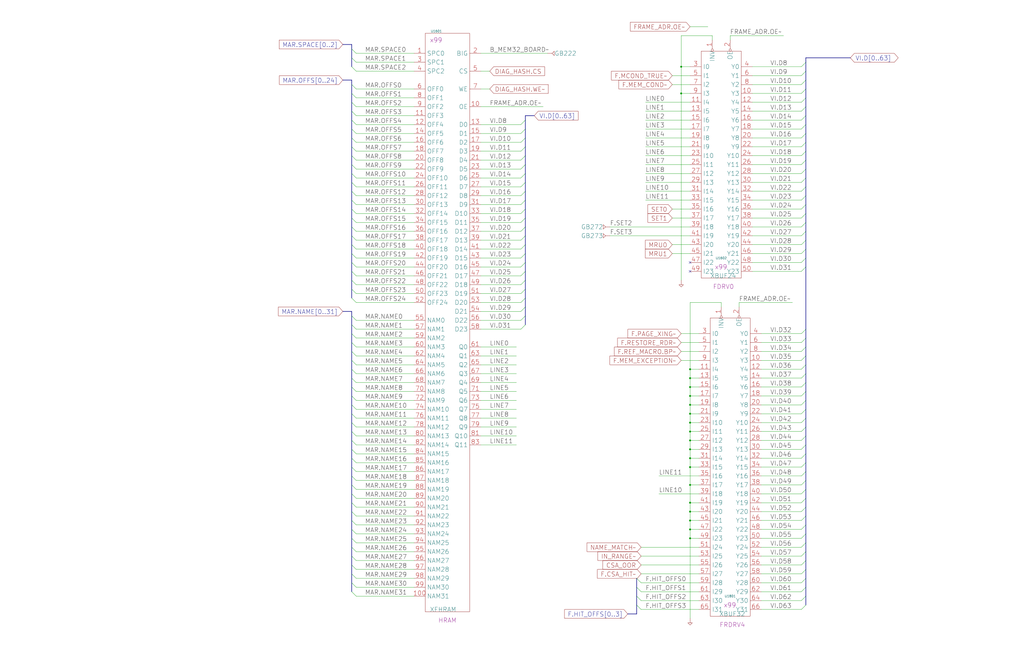
<source format=kicad_sch>
(kicad_sch (version 20230121) (generator eeschema)
  (paper "User" 584.2 378.46)
  (title_block (title "HASH FUNCTION / FRAME DRIVER") (date "20-MAR-90") (rev "1.0") (comment 1 "FIU") (comment 2 "232-003065") (comment 3 "S400") (comment 4 "RELEASED"))
  (junction (at 393.7 276.86))
  (junction (at 393.7 241.3))
  (junction (at 393.7 307.34))
  (junction (at 388.62 38.1))
  (junction (at 393.7 256.54))
  (junction (at 393.7 210.82))
  (junction (at 393.7 251.46))
  (junction (at 393.7 226.06))
  (junction (at 393.7 266.7))
  (junction (at 393.7 292.1))
  (junction (at 393.7 220.98))
  (junction (at 393.7 246.38))
  (junction (at 393.7 231.14))
  (junction (at 393.7 287.02))
  (junction (at 393.7 215.9))
  (junction (at 393.7 261.62))
  (junction (at 393.7 236.22))
  (junction (at 393.7 302.26))
  (junction (at 393.7 297.18))
  (junction (at 388.62 53.34))
  (no_connect (at 393.7 149.86))
  (no_connect (at 393.7 154.94))
  (bus_entry (at 459.74 147.32) (size -2.54 2.54))
  (bus_entry (at 299.72 175.26) (size -2.54 2.54))
  (bus_entry (at 299.72 114.3) (size -2.54 2.54))
  (bus_entry (at 299.72 104.14) (size -2.54 2.54))
  (bus_entry (at 200.66 287.02) (size 2.54 2.54))
  (bus_entry (at 299.72 134.62) (size -2.54 2.54))
  (bus_entry (at 459.74 40.64) (size -2.54 2.54))
  (bus_entry (at 299.72 160.02) (size -2.54 2.54))
  (bus_entry (at 200.66 246.38) (size 2.54 2.54))
  (bus_entry (at 299.72 124.46) (size -2.54 2.54))
  (bus_entry (at 459.74 187.96) (size -2.54 2.54))
  (bus_entry (at 299.72 165.1) (size -2.54 2.54))
  (bus_entry (at 200.66 332.74) (size 2.54 2.54))
  (bus_entry (at 459.74 248.92) (size -2.54 2.54))
  (bus_entry (at 200.66 276.86) (size 2.54 2.54))
  (bus_entry (at 459.74 218.44) (size -2.54 2.54))
  (bus_entry (at 459.74 127) (size -2.54 2.54))
  (bus_entry (at 299.72 83.82) (size -2.54 2.54))
  (bus_entry (at 459.74 81.28) (size -2.54 2.54))
  (bus_entry (at 459.74 345.44) (size -2.54 2.54))
  (bus_entry (at 459.74 60.96) (size -2.54 2.54))
  (bus_entry (at 299.72 99.06) (size -2.54 2.54))
  (bus_entry (at 200.66 251.46) (size 2.54 2.54))
  (bus_entry (at 200.66 180.34) (size 2.54 2.54))
  (bus_entry (at 459.74 223.52) (size -2.54 2.54))
  (bus_entry (at 459.74 299.72) (size -2.54 2.54))
  (bus_entry (at 200.66 139.7) (size 2.54 2.54))
  (bus_entry (at 363.22 330.2) (size 2.54 2.54))
  (bus_entry (at 200.66 134.62) (size 2.54 2.54))
  (bus_entry (at 200.66 297.18) (size 2.54 2.54))
  (bus_entry (at 459.74 50.8) (size -2.54 2.54))
  (bus_entry (at 459.74 335.28) (size -2.54 2.54))
  (bus_entry (at 200.66 73.66) (size 2.54 2.54))
  (bus_entry (at 459.74 71.12) (size -2.54 2.54))
  (bus_entry (at 459.74 132.08) (size -2.54 2.54))
  (bus_entry (at 459.74 55.88) (size -2.54 2.54))
  (bus_entry (at 200.66 99.06) (size 2.54 2.54))
  (bus_entry (at 200.66 190.5) (size 2.54 2.54))
  (bus_entry (at 200.66 78.74) (size 2.54 2.54))
  (bus_entry (at 200.66 226.06) (size 2.54 2.54))
  (bus_entry (at 459.74 243.84) (size -2.54 2.54))
  (bus_entry (at 299.72 139.7) (size -2.54 2.54))
  (bus_entry (at 200.66 119.38) (size 2.54 2.54))
  (bus_entry (at 459.74 142.24) (size -2.54 2.54))
  (bus_entry (at 299.72 129.54) (size -2.54 2.54))
  (bus_entry (at 200.66 93.98) (size 2.54 2.54))
  (bus_entry (at 299.72 88.9) (size -2.54 2.54))
  (bus_entry (at 459.74 304.8) (size -2.54 2.54))
  (bus_entry (at 200.66 195.58) (size 2.54 2.54))
  (bus_entry (at 200.66 58.42) (size 2.54 2.54))
  (bus_entry (at 200.66 327.66) (size 2.54 2.54))
  (bus_entry (at 459.74 325.12) (size -2.54 2.54))
  (bus_entry (at 363.22 340.36) (size 2.54 2.54))
  (bus_entry (at 459.74 208.28) (size -2.54 2.54))
  (bus_entry (at 459.74 279.4) (size -2.54 2.54))
  (bus_entry (at 200.66 109.22) (size 2.54 2.54))
  (bus_entry (at 459.74 294.64) (size -2.54 2.54))
  (bus_entry (at 459.74 116.84) (size -2.54 2.54))
  (bus_entry (at 299.72 170.18) (size -2.54 2.54))
  (bus_entry (at 459.74 320.04) (size -2.54 2.54))
  (bus_entry (at 459.74 66.04) (size -2.54 2.54))
  (bus_entry (at 200.66 48.26) (size 2.54 2.54))
  (bus_entry (at 200.66 68.58) (size 2.54 2.54))
  (bus_entry (at 459.74 198.12) (size -2.54 2.54))
  (bus_entry (at 459.74 203.2) (size -2.54 2.54))
  (bus_entry (at 200.66 322.58) (size 2.54 2.54))
  (bus_entry (at 200.66 317.5) (size 2.54 2.54))
  (bus_entry (at 200.66 220.98) (size 2.54 2.54))
  (bus_entry (at 299.72 144.78) (size -2.54 2.54))
  (bus_entry (at 200.66 292.1) (size 2.54 2.54))
  (bus_entry (at 200.66 302.26) (size 2.54 2.54))
  (bus_entry (at 299.72 93.98) (size -2.54 2.54))
  (bus_entry (at 200.66 210.82) (size 2.54 2.54))
  (bus_entry (at 459.74 264.16) (size -2.54 2.54))
  (bus_entry (at 459.74 284.48) (size -2.54 2.54))
  (bus_entry (at 459.74 137.16) (size -2.54 2.54))
  (bus_entry (at 459.74 289.56) (size -2.54 2.54))
  (bus_entry (at 459.74 193.04) (size -2.54 2.54))
  (bus_entry (at 299.72 109.22) (size -2.54 2.54))
  (bus_entry (at 459.74 152.4) (size -2.54 2.54))
  (bus_entry (at 299.72 154.94) (size -2.54 2.54))
  (bus_entry (at 200.66 154.94) (size 2.54 2.54))
  (bus_entry (at 299.72 180.34) (size -2.54 2.54))
  (bus_entry (at 299.72 68.58) (size -2.54 2.54))
  (bus_entry (at 200.66 53.34) (size 2.54 2.54))
  (bus_entry (at 200.66 200.66) (size 2.54 2.54))
  (bus_entry (at 363.22 345.44) (size 2.54 2.54))
  (bus_entry (at 459.74 76.2) (size -2.54 2.54))
  (bus_entry (at 200.66 129.54) (size 2.54 2.54))
  (bus_entry (at 200.66 205.74) (size 2.54 2.54))
  (bus_entry (at 459.74 35.56) (size -2.54 2.54))
  (bus_entry (at 459.74 106.68) (size -2.54 2.54))
  (bus_entry (at 459.74 254) (size -2.54 2.54))
  (bus_entry (at 459.74 228.6) (size -2.54 2.54))
  (bus_entry (at 200.66 241.3) (size 2.54 2.54))
  (bus_entry (at 459.74 259.08) (size -2.54 2.54))
  (bus_entry (at 200.66 144.78) (size 2.54 2.54))
  (bus_entry (at 459.74 86.36) (size -2.54 2.54))
  (bus_entry (at 200.66 231.14) (size 2.54 2.54))
  (bus_entry (at 459.74 314.96) (size -2.54 2.54))
  (bus_entry (at 200.66 170.18) (size 2.54 2.54))
  (bus_entry (at 459.74 111.76) (size -2.54 2.54))
  (bus_entry (at 459.74 238.76) (size -2.54 2.54))
  (bus_entry (at 299.72 119.38) (size -2.54 2.54))
  (bus_entry (at 459.74 330.2) (size -2.54 2.54))
  (bus_entry (at 200.66 149.86) (size 2.54 2.54))
  (bus_entry (at 200.66 124.46) (size 2.54 2.54))
  (bus_entry (at 200.66 38.1) (size 2.54 2.54))
  (bus_entry (at 200.66 88.9) (size 2.54 2.54))
  (bus_entry (at 459.74 309.88) (size -2.54 2.54))
  (bus_entry (at 459.74 213.36) (size -2.54 2.54))
  (bus_entry (at 200.66 307.34) (size 2.54 2.54))
  (bus_entry (at 200.66 33.02) (size 2.54 2.54))
  (bus_entry (at 200.66 104.14) (size 2.54 2.54))
  (bus_entry (at 459.74 91.44) (size -2.54 2.54))
  (bus_entry (at 459.74 121.92) (size -2.54 2.54))
  (bus_entry (at 299.72 185.42) (size -2.54 2.54))
  (bus_entry (at 299.72 73.66) (size -2.54 2.54))
  (bus_entry (at 200.66 160.02) (size 2.54 2.54))
  (bus_entry (at 200.66 27.94) (size 2.54 2.54))
  (bus_entry (at 200.66 281.94) (size 2.54 2.54))
  (bus_entry (at 200.66 83.82) (size 2.54 2.54))
  (bus_entry (at 363.22 335.28) (size 2.54 2.54))
  (bus_entry (at 299.72 149.86) (size -2.54 2.54))
  (bus_entry (at 200.66 266.7) (size 2.54 2.54))
  (bus_entry (at 200.66 271.78) (size 2.54 2.54))
  (bus_entry (at 200.66 63.5) (size 2.54 2.54))
  (bus_entry (at 200.66 261.62) (size 2.54 2.54))
  (bus_entry (at 200.66 337.82) (size 2.54 2.54))
  (bus_entry (at 299.72 78.74) (size -2.54 2.54))
  (bus_entry (at 200.66 312.42) (size 2.54 2.54))
  (bus_entry (at 200.66 114.3) (size 2.54 2.54))
  (bus_entry (at 459.74 96.52) (size -2.54 2.54))
  (bus_entry (at 459.74 340.36) (size -2.54 2.54))
  (bus_entry (at 200.66 256.54) (size 2.54 2.54))
  (bus_entry (at 459.74 233.68) (size -2.54 2.54))
  (bus_entry (at 200.66 236.22) (size 2.54 2.54))
  (bus_entry (at 459.74 101.6) (size -2.54 2.54))
  (bus_entry (at 459.74 269.24) (size -2.54 2.54))
  (bus_entry (at 459.74 274.32) (size -2.54 2.54))
  (bus_entry (at 459.74 45.72) (size -2.54 2.54))
  (bus_entry (at 200.66 215.9) (size 2.54 2.54))
  (bus_entry (at 200.66 165.1) (size 2.54 2.54))
  (bus_entry (at 200.66 185.42) (size 2.54 2.54))
  (wire (pts (xy 447.04 20.32) (xy 416.56 20.32)))
  (wire (pts (xy 429.26 38.1) (xy 457.2 38.1)))
  (wire (pts (xy 393.7 251.46) (xy 393.7 256.54)))
  (bus (pts (xy 200.66 119.38) (xy 200.66 124.46)))
  (bus (pts (xy 459.74 101.6) (xy 459.74 106.68)))
  (wire (pts (xy 393.7 226.06) (xy 398.78 226.06)))
  (wire (pts (xy 434.34 266.7) (xy 457.2 266.7)))
  (wire (pts (xy 393.7 353.06) (xy 393.7 307.34)))
  (bus (pts (xy 459.74 233.68) (xy 459.74 238.76)))
  (bus (pts (xy 459.74 198.12) (xy 459.74 203.2)))
  (bus (pts (xy 200.66 292.1) (xy 200.66 297.18)))
  (bus (pts (xy 459.74 127) (xy 459.74 132.08)))
  (bus (pts (xy 200.66 226.06) (xy 200.66 231.14)))
  (bus (pts (xy 299.72 149.86) (xy 299.72 154.94)))
  (wire (pts (xy 434.34 205.74) (xy 457.2 205.74)))
  (wire (pts (xy 393.7 307.34) (xy 398.78 307.34)))
  (wire (pts (xy 393.7 256.54) (xy 393.7 261.62)))
  (wire (pts (xy 365.76 347.98) (xy 398.78 347.98)))
  (wire (pts (xy 383.54 119.38) (xy 393.7 119.38)))
  (bus (pts (xy 459.74 320.04) (xy 459.74 325.12)))
  (wire (pts (xy 274.32 172.72) (xy 297.18 172.72)))
  (bus (pts (xy 459.74 335.28) (xy 459.74 340.36)))
  (bus (pts (xy 459.74 132.08) (xy 459.74 137.16)))
  (wire (pts (xy 429.26 144.78) (xy 457.2 144.78)))
  (bus (pts (xy 200.66 129.54) (xy 200.66 134.62)))
  (wire (pts (xy 274.32 254) (xy 294.64 254)))
  (bus (pts (xy 459.74 304.8) (xy 459.74 309.88)))
  (wire (pts (xy 393.7 251.46) (xy 398.78 251.46)))
  (bus (pts (xy 358.14 350.52) (xy 363.22 350.52)))
  (bus (pts (xy 459.74 223.52) (xy 459.74 228.6)))
  (bus (pts (xy 459.74 35.56) (xy 459.74 40.64)))
  (wire (pts (xy 203.2 254) (xy 236.22 254)))
  (bus (pts (xy 299.72 109.22) (xy 299.72 114.3)))
  (wire (pts (xy 434.34 210.82) (xy 457.2 210.82)))
  (bus (pts (xy 459.74 340.36) (xy 459.74 345.44)))
  (wire (pts (xy 429.26 129.54) (xy 457.2 129.54)))
  (bus (pts (xy 459.74 33.02) (xy 459.74 35.56)))
  (wire (pts (xy 393.7 231.14) (xy 393.7 226.06)))
  (wire (pts (xy 203.2 320.04) (xy 236.22 320.04)))
  (wire (pts (xy 393.7 172.72) (xy 411.48 172.72)))
  (wire (pts (xy 429.26 88.9) (xy 457.2 88.9)))
  (wire (pts (xy 274.32 132.08) (xy 297.18 132.08)))
  (wire (pts (xy 203.2 279.4) (xy 236.22 279.4)))
  (bus (pts (xy 459.74 284.48) (xy 459.74 289.56)))
  (wire (pts (xy 236.22 81.28) (xy 203.2 81.28)))
  (wire (pts (xy 434.34 261.62) (xy 457.2 261.62)))
  (bus (pts (xy 200.66 134.62) (xy 200.66 139.7)))
  (wire (pts (xy 434.34 226.06) (xy 457.2 226.06)))
  (wire (pts (xy 274.32 101.6) (xy 297.18 101.6)))
  (bus (pts (xy 299.72 124.46) (xy 299.72 129.54)))
  (bus (pts (xy 200.66 53.34) (xy 200.66 58.42)))
  (bus (pts (xy 200.66 190.5) (xy 200.66 195.58)))
  (wire (pts (xy 429.26 99.06) (xy 457.2 99.06)))
  (bus (pts (xy 200.66 99.06) (xy 200.66 104.14)))
  (bus (pts (xy 200.66 246.38) (xy 200.66 251.46)))
  (wire (pts (xy 274.32 116.84) (xy 297.18 116.84)))
  (wire (pts (xy 388.62 53.34) (xy 388.62 38.1)))
  (wire (pts (xy 203.2 304.8) (xy 236.22 304.8)))
  (bus (pts (xy 200.66 149.86) (xy 200.66 154.94)))
  (bus (pts (xy 459.74 314.96) (xy 459.74 320.04)))
  (wire (pts (xy 434.34 292.1) (xy 457.2 292.1)))
  (wire (pts (xy 393.7 276.86) (xy 398.78 276.86)))
  (bus (pts (xy 200.66 281.94) (xy 200.66 287.02)))
  (wire (pts (xy 274.32 91.44) (xy 297.18 91.44)))
  (wire (pts (xy 434.34 332.74) (xy 457.2 332.74)))
  (wire (pts (xy 434.34 271.78) (xy 457.2 271.78)))
  (wire (pts (xy 347.98 134.62) (xy 393.7 134.62)))
  (wire (pts (xy 203.2 294.64) (xy 236.22 294.64)))
  (wire (pts (xy 434.34 327.66) (xy 457.2 327.66)))
  (bus (pts (xy 459.74 208.28) (xy 459.74 213.36)))
  (wire (pts (xy 429.26 154.94) (xy 457.2 154.94)))
  (wire (pts (xy 383.54 43.18) (xy 393.7 43.18)))
  (wire (pts (xy 274.32 111.76) (xy 297.18 111.76)))
  (bus (pts (xy 195.58 25.4) (xy 200.66 25.4)))
  (wire (pts (xy 434.34 287.02) (xy 457.2 287.02)))
  (wire (pts (xy 393.7 231.14) (xy 393.7 236.22)))
  (bus (pts (xy 200.66 302.26) (xy 200.66 307.34)))
  (bus (pts (xy 299.72 93.98) (xy 299.72 99.06)))
  (wire (pts (xy 434.34 215.9) (xy 457.2 215.9)))
  (wire (pts (xy 347.98 129.54) (xy 393.7 129.54)))
  (bus (pts (xy 459.74 238.76) (xy 459.74 243.84)))
  (bus (pts (xy 459.74 309.88) (xy 459.74 314.96)))
  (wire (pts (xy 236.22 76.2) (xy 203.2 76.2)))
  (bus (pts (xy 459.74 121.92) (xy 459.74 127)))
  (bus (pts (xy 459.74 289.56) (xy 459.74 294.64)))
  (wire (pts (xy 274.32 71.12) (xy 297.18 71.12)))
  (bus (pts (xy 459.74 213.36) (xy 459.74 218.44)))
  (bus (pts (xy 200.66 93.98) (xy 200.66 99.06)))
  (bus (pts (xy 459.74 218.44) (xy 459.74 223.52)))
  (wire (pts (xy 434.34 307.34) (xy 457.2 307.34)))
  (bus (pts (xy 459.74 294.64) (xy 459.74 299.72)))
  (bus (pts (xy 459.74 243.84) (xy 459.74 248.92)))
  (wire (pts (xy 274.32 152.4) (xy 297.18 152.4)))
  (wire (pts (xy 274.32 40.64) (xy 279.4 40.64)))
  (bus (pts (xy 459.74 45.72) (xy 459.74 50.8)))
  (wire (pts (xy 393.7 276.86) (xy 393.7 287.02)))
  (bus (pts (xy 200.66 185.42) (xy 200.66 190.5)))
  (wire (pts (xy 434.34 220.98) (xy 457.2 220.98)))
  (bus (pts (xy 459.74 254) (xy 459.74 259.08)))
  (bus (pts (xy 459.74 40.64) (xy 459.74 45.72)))
  (wire (pts (xy 368.3 104.14) (xy 393.7 104.14)))
  (wire (pts (xy 236.22 127) (xy 203.2 127)))
  (bus (pts (xy 200.66 78.74) (xy 200.66 83.82)))
  (wire (pts (xy 203.2 208.28) (xy 236.22 208.28)))
  (wire (pts (xy 393.7 246.38) (xy 393.7 251.46)))
  (bus (pts (xy 200.66 332.74) (xy 200.66 337.82)))
  (bus (pts (xy 459.74 279.4) (xy 459.74 284.48)))
  (bus (pts (xy 459.74 91.44) (xy 459.74 96.52)))
  (wire (pts (xy 274.32 228.6) (xy 294.64 228.6)))
  (wire (pts (xy 203.2 299.72) (xy 236.22 299.72)))
  (bus (pts (xy 200.66 27.94) (xy 200.66 25.4)))
  (bus (pts (xy 299.72 134.62) (xy 299.72 139.7)))
  (wire (pts (xy 421.64 172.72) (xy 421.64 175.26)))
  (bus (pts (xy 459.74 116.84) (xy 459.74 121.92)))
  (bus (pts (xy 459.74 60.96) (xy 459.74 66.04)))
  (wire (pts (xy 203.2 340.36) (xy 236.22 340.36)))
  (bus (pts (xy 195.58 177.8) (xy 200.66 177.8)))
  (wire (pts (xy 274.32 157.48) (xy 297.18 157.48)))
  (bus (pts (xy 200.66 327.66) (xy 200.66 332.74)))
  (wire (pts (xy 393.7 241.3) (xy 393.7 246.38)))
  (bus (pts (xy 299.72 180.34) (xy 299.72 185.42)))
  (bus (pts (xy 200.66 104.14) (xy 200.66 109.22)))
  (bus (pts (xy 299.72 88.9) (xy 299.72 93.98)))
  (bus (pts (xy 200.66 139.7) (xy 200.66 144.78)))
  (wire (pts (xy 236.22 111.76) (xy 203.2 111.76)))
  (wire (pts (xy 406.4 20.32) (xy 406.4 22.86)))
  (bus (pts (xy 200.66 144.78) (xy 200.66 149.86)))
  (wire (pts (xy 236.22 157.48) (xy 203.2 157.48)))
  (wire (pts (xy 203.2 30.48) (xy 236.22 30.48)))
  (bus (pts (xy 459.74 76.2) (xy 459.74 81.28)))
  (wire (pts (xy 434.34 231.14) (xy 457.2 231.14)))
  (wire (pts (xy 429.26 58.42) (xy 457.2 58.42)))
  (bus (pts (xy 200.66 180.34) (xy 200.66 185.42)))
  (wire (pts (xy 393.7 236.22) (xy 398.78 236.22)))
  (wire (pts (xy 236.22 91.44) (xy 203.2 91.44)))
  (wire (pts (xy 368.3 99.06) (xy 393.7 99.06)))
  (wire (pts (xy 429.26 83.82) (xy 457.2 83.82)))
  (bus (pts (xy 459.74 152.4) (xy 459.74 187.96)))
  (wire (pts (xy 368.3 63.5) (xy 393.7 63.5)))
  (wire (pts (xy 203.2 193.04) (xy 236.22 193.04)))
  (bus (pts (xy 363.22 345.44) (xy 363.22 350.52)))
  (wire (pts (xy 393.7 287.02) (xy 398.78 287.02)))
  (bus (pts (xy 299.72 144.78) (xy 299.72 149.86)))
  (wire (pts (xy 434.34 317.5) (xy 457.2 317.5)))
  (bus (pts (xy 200.66 220.98) (xy 200.66 226.06)))
  (bus (pts (xy 363.22 330.2) (xy 363.22 335.28)))
  (bus (pts (xy 200.66 114.3) (xy 200.66 119.38)))
  (wire (pts (xy 434.34 276.86) (xy 457.2 276.86)))
  (wire (pts (xy 274.32 81.28) (xy 297.18 81.28)))
  (wire (pts (xy 236.22 137.16) (xy 203.2 137.16)))
  (wire (pts (xy 203.2 213.36) (xy 236.22 213.36)))
  (wire (pts (xy 393.7 215.9) (xy 393.7 220.98)))
  (wire (pts (xy 429.26 109.22) (xy 457.2 109.22)))
  (wire (pts (xy 274.32 243.84) (xy 294.64 243.84)))
  (wire (pts (xy 452.12 172.72) (xy 421.64 172.72)))
  (bus (pts (xy 200.66 266.7) (xy 200.66 271.78)))
  (wire (pts (xy 203.2 248.92) (xy 236.22 248.92)))
  (wire (pts (xy 429.26 114.3) (xy 457.2 114.3)))
  (wire (pts (xy 274.32 167.64) (xy 297.18 167.64)))
  (bus (pts (xy 200.66 63.5) (xy 200.66 68.58)))
  (wire (pts (xy 274.32 121.92) (xy 297.18 121.92)))
  (wire (pts (xy 274.32 177.8) (xy 297.18 177.8)))
  (bus (pts (xy 459.74 325.12) (xy 459.74 330.2)))
  (bus (pts (xy 200.66 45.72) (xy 200.66 48.26)))
  (wire (pts (xy 236.22 116.84) (xy 203.2 116.84)))
  (wire (pts (xy 434.34 342.9) (xy 457.2 342.9)))
  (wire (pts (xy 393.7 215.9) (xy 398.78 215.9)))
  (wire (pts (xy 434.34 347.98) (xy 457.2 347.98)))
  (bus (pts (xy 459.74 187.96) (xy 459.74 193.04)))
  (bus (pts (xy 200.66 124.46) (xy 200.66 129.54)))
  (wire (pts (xy 429.26 48.26) (xy 457.2 48.26)))
  (wire (pts (xy 434.34 281.94) (xy 457.2 281.94)))
  (wire (pts (xy 393.7 287.02) (xy 393.7 292.1)))
  (bus (pts (xy 459.74 50.8) (xy 459.74 55.88)))
  (bus (pts (xy 459.74 71.12) (xy 459.74 76.2)))
  (wire (pts (xy 236.22 142.24) (xy 203.2 142.24)))
  (wire (pts (xy 203.2 330.2) (xy 236.22 330.2)))
  (wire (pts (xy 393.7 292.1) (xy 393.7 297.18)))
  (wire (pts (xy 393.7 302.26) (xy 398.78 302.26)))
  (wire (pts (xy 434.34 337.82) (xy 457.2 337.82)))
  (bus (pts (xy 459.74 248.92) (xy 459.74 254)))
  (wire (pts (xy 236.22 162.56) (xy 203.2 162.56)))
  (bus (pts (xy 200.66 109.22) (xy 200.66 114.3)))
  (wire (pts (xy 434.34 251.46) (xy 457.2 251.46)))
  (wire (pts (xy 429.26 78.74) (xy 457.2 78.74)))
  (wire (pts (xy 274.32 198.12) (xy 294.64 198.12)))
  (bus (pts (xy 459.74 269.24) (xy 459.74 274.32)))
  (bus (pts (xy 200.66 322.58) (xy 200.66 327.66)))
  (bus (pts (xy 299.72 119.38) (xy 299.72 124.46)))
  (bus (pts (xy 200.66 241.3) (xy 200.66 246.38)))
  (bus (pts (xy 459.74 274.32) (xy 459.74 279.4)))
  (bus (pts (xy 299.72 73.66) (xy 299.72 78.74)))
  (wire (pts (xy 274.32 106.68) (xy 297.18 106.68)))
  (wire (pts (xy 236.22 86.36) (xy 203.2 86.36)))
  (wire (pts (xy 236.22 101.6) (xy 203.2 101.6)))
  (wire (pts (xy 429.26 43.18) (xy 457.2 43.18)))
  (wire (pts (xy 203.2 187.96) (xy 236.22 187.96)))
  (bus (pts (xy 200.66 83.82) (xy 200.66 88.9)))
  (wire (pts (xy 274.32 30.48) (xy 312.42 30.48)))
  (wire (pts (xy 393.7 172.72) (xy 393.7 210.82)))
  (bus (pts (xy 363.22 335.28) (xy 363.22 340.36)))
  (wire (pts (xy 274.32 127) (xy 297.18 127)))
  (wire (pts (xy 203.2 284.48) (xy 236.22 284.48)))
  (wire (pts (xy 434.34 190.5) (xy 457.2 190.5)))
  (wire (pts (xy 274.32 218.44) (xy 294.64 218.44)))
  (bus (pts (xy 200.66 231.14) (xy 200.66 236.22)))
  (bus (pts (xy 200.66 73.66) (xy 200.66 78.74)))
  (wire (pts (xy 203.2 203.2) (xy 236.22 203.2)))
  (bus (pts (xy 459.74 203.2) (xy 459.74 208.28)))
  (bus (pts (xy 459.74 86.36) (xy 459.74 91.44)))
  (wire (pts (xy 365.76 332.74) (xy 398.78 332.74)))
  (wire (pts (xy 274.32 182.88) (xy 297.18 182.88)))
  (wire (pts (xy 203.2 269.24) (xy 236.22 269.24)))
  (bus (pts (xy 200.66 195.58) (xy 200.66 200.66)))
  (wire (pts (xy 365.76 312.42) (xy 398.78 312.42)))
  (wire (pts (xy 236.22 96.52) (xy 203.2 96.52)))
  (wire (pts (xy 274.32 60.96) (xy 309.88 60.96)))
  (wire (pts (xy 383.54 139.7) (xy 393.7 139.7)))
  (wire (pts (xy 393.7 241.3) (xy 398.78 241.3)))
  (bus (pts (xy 459.74 228.6) (xy 459.74 233.68)))
  (wire (pts (xy 388.62 195.58) (xy 398.78 195.58)))
  (wire (pts (xy 236.22 132.08) (xy 203.2 132.08)))
  (bus (pts (xy 299.72 154.94) (xy 299.72 160.02)))
  (bus (pts (xy 200.66 154.94) (xy 200.66 160.02)))
  (wire (pts (xy 236.22 66.04) (xy 203.2 66.04)))
  (wire (pts (xy 434.34 302.26) (xy 457.2 302.26)))
  (wire (pts (xy 368.3 73.66) (xy 393.7 73.66)))
  (wire (pts (xy 368.3 78.74) (xy 393.7 78.74)))
  (wire (pts (xy 388.62 20.32) (xy 406.4 20.32)))
  (bus (pts (xy 200.66 165.1) (xy 200.66 170.18)))
  (wire (pts (xy 203.2 309.88) (xy 236.22 309.88)))
  (wire (pts (xy 383.54 124.46) (xy 393.7 124.46)))
  (wire (pts (xy 429.26 134.62) (xy 457.2 134.62)))
  (bus (pts (xy 459.74 264.16) (xy 459.74 269.24)))
  (wire (pts (xy 365.76 317.5) (xy 398.78 317.5)))
  (wire (pts (xy 393.7 261.62) (xy 398.78 261.62)))
  (bus (pts (xy 200.66 215.9) (xy 200.66 220.98)))
  (bus (pts (xy 459.74 96.52) (xy 459.74 101.6)))
  (wire (pts (xy 203.2 243.84) (xy 236.22 243.84)))
  (wire (pts (xy 393.7 297.18) (xy 398.78 297.18)))
  (bus (pts (xy 459.74 66.04) (xy 459.74 71.12)))
  (wire (pts (xy 203.2 335.28) (xy 236.22 335.28)))
  (wire (pts (xy 388.62 38.1) (xy 393.7 38.1)))
  (wire (pts (xy 236.22 55.88) (xy 203.2 55.88)))
  (wire (pts (xy 393.7 266.7) (xy 398.78 266.7)))
  (bus (pts (xy 299.72 175.26) (xy 299.72 180.34)))
  (bus (pts (xy 200.66 200.66) (xy 200.66 205.74)))
  (wire (pts (xy 388.62 200.66) (xy 398.78 200.66)))
  (wire (pts (xy 203.2 314.96) (xy 236.22 314.96)))
  (wire (pts (xy 388.62 205.74) (xy 398.78 205.74)))
  (bus (pts (xy 299.72 114.3) (xy 299.72 119.38)))
  (wire (pts (xy 393.7 220.98) (xy 393.7 226.06)))
  (bus (pts (xy 459.74 193.04) (xy 459.74 198.12)))
  (bus (pts (xy 200.66 45.72) (xy 195.58 45.72)))
  (bus (pts (xy 299.72 165.1) (xy 299.72 170.18)))
  (wire (pts (xy 429.26 124.46) (xy 457.2 124.46)))
  (bus (pts (xy 459.74 55.88) (xy 459.74 60.96)))
  (wire (pts (xy 429.26 68.58) (xy 457.2 68.58)))
  (wire (pts (xy 434.34 246.38) (xy 457.2 246.38)))
  (bus (pts (xy 200.66 177.8) (xy 200.66 180.34)))
  (wire (pts (xy 388.62 160.02) (xy 388.62 53.34)))
  (bus (pts (xy 299.72 170.18) (xy 299.72 175.26)))
  (wire (pts (xy 429.26 73.66) (xy 457.2 73.66)))
  (bus (pts (xy 200.66 68.58) (xy 200.66 73.66)))
  (bus (pts (xy 459.74 142.24) (xy 459.74 147.32)))
  (wire (pts (xy 274.32 50.8) (xy 279.4 50.8)))
  (bus (pts (xy 200.66 48.26) (xy 200.66 53.34)))
  (bus (pts (xy 200.66 205.74) (xy 200.66 210.82)))
  (bus (pts (xy 200.66 261.62) (xy 200.66 266.7)))
  (wire (pts (xy 274.32 76.2) (xy 297.18 76.2)))
  (bus (pts (xy 200.66 256.54) (xy 200.66 261.62)))
  (bus (pts (xy 299.72 78.74) (xy 299.72 83.82)))
  (wire (pts (xy 368.3 93.98) (xy 393.7 93.98)))
  (wire (pts (xy 236.22 167.64) (xy 203.2 167.64)))
  (wire (pts (xy 203.2 259.08) (xy 236.22 259.08)))
  (wire (pts (xy 434.34 241.3) (xy 457.2 241.3)))
  (wire (pts (xy 383.54 48.26) (xy 393.7 48.26)))
  (wire (pts (xy 368.3 109.22) (xy 393.7 109.22)))
  (bus (pts (xy 200.66 160.02) (xy 200.66 165.1)))
  (bus (pts (xy 299.72 66.04) (xy 304.8 66.04)))
  (wire (pts (xy 236.22 71.12) (xy 203.2 71.12)))
  (wire (pts (xy 274.32 233.68) (xy 294.64 233.68)))
  (bus (pts (xy 200.66 307.34) (xy 200.66 312.42)))
  (bus (pts (xy 299.72 129.54) (xy 299.72 134.62)))
  (wire (pts (xy 434.34 236.22) (xy 457.2 236.22)))
  (wire (pts (xy 203.2 35.56) (xy 236.22 35.56)))
  (wire (pts (xy 388.62 53.34) (xy 393.7 53.34)))
  (wire (pts (xy 416.56 20.32) (xy 416.56 22.86)))
  (wire (pts (xy 203.2 238.76) (xy 236.22 238.76)))
  (wire (pts (xy 274.32 142.24) (xy 297.18 142.24)))
  (wire (pts (xy 393.7 276.86) (xy 393.7 266.7)))
  (wire (pts (xy 203.2 233.68) (xy 236.22 233.68)))
  (wire (pts (xy 393.7 297.18) (xy 393.7 302.26)))
  (bus (pts (xy 200.66 236.22) (xy 200.66 241.3)))
  (bus (pts (xy 459.74 111.76) (xy 459.74 116.84)))
  (wire (pts (xy 429.26 139.7) (xy 457.2 139.7)))
  (bus (pts (xy 200.66 38.1) (xy 200.66 33.02)))
  (bus (pts (xy 200.66 251.46) (xy 200.66 256.54)))
  (wire (pts (xy 393.7 292.1) (xy 398.78 292.1)))
  (wire (pts (xy 375.92 281.94) (xy 398.78 281.94)))
  (wire (pts (xy 393.7 220.98) (xy 398.78 220.98)))
  (bus (pts (xy 299.72 83.82) (xy 299.72 88.9)))
  (bus (pts (xy 299.72 68.58) (xy 299.72 73.66)))
  (wire (pts (xy 388.62 38.1) (xy 388.62 20.32)))
  (wire (pts (xy 203.2 218.44) (xy 236.22 218.44)))
  (wire (pts (xy 274.32 248.92) (xy 294.64 248.92)))
  (wire (pts (xy 203.2 40.64) (xy 236.22 40.64)))
  (wire (pts (xy 393.7 236.22) (xy 393.7 241.3)))
  (wire (pts (xy 236.22 121.92) (xy 203.2 121.92)))
  (bus (pts (xy 459.74 33.02) (xy 485.14 33.02)))
  (wire (pts (xy 203.2 228.6) (xy 236.22 228.6)))
  (wire (pts (xy 368.3 58.42) (xy 393.7 58.42)))
  (wire (pts (xy 274.32 187.96) (xy 297.18 187.96)))
  (wire (pts (xy 236.22 147.32) (xy 203.2 147.32)))
  (wire (pts (xy 434.34 200.66) (xy 457.2 200.66)))
  (wire (pts (xy 434.34 322.58) (xy 457.2 322.58)))
  (bus (pts (xy 200.66 88.9) (xy 200.66 93.98)))
  (wire (pts (xy 429.26 63.5) (xy 457.2 63.5)))
  (wire (pts (xy 274.32 162.56) (xy 297.18 162.56)))
  (wire (pts (xy 368.3 83.82) (xy 393.7 83.82)))
  (bus (pts (xy 200.66 287.02) (xy 200.66 292.1)))
  (bus (pts (xy 200.66 33.02) (xy 200.66 27.94)))
  (bus (pts (xy 200.66 271.78) (xy 200.66 276.86)))
  (wire (pts (xy 274.32 203.2) (xy 294.64 203.2)))
  (wire (pts (xy 236.22 172.72) (xy 203.2 172.72)))
  (wire (pts (xy 393.7 256.54) (xy 398.78 256.54)))
  (wire (pts (xy 274.32 208.28) (xy 294.64 208.28)))
  (bus (pts (xy 459.74 147.32) (xy 459.74 152.4)))
  (bus (pts (xy 200.66 297.18) (xy 200.66 302.26)))
  (wire (pts (xy 236.22 152.4) (xy 203.2 152.4)))
  (wire (pts (xy 203.2 325.12) (xy 236.22 325.12)))
  (wire (pts (xy 429.26 104.14) (xy 457.2 104.14)))
  (wire (pts (xy 236.22 60.96) (xy 203.2 60.96)))
  (wire (pts (xy 368.3 88.9) (xy 393.7 88.9)))
  (wire (pts (xy 274.32 147.32) (xy 297.18 147.32)))
  (wire (pts (xy 203.2 289.56) (xy 236.22 289.56)))
  (wire (pts (xy 393.7 210.82) (xy 398.78 210.82)))
  (wire (pts (xy 393.7 15.24) (xy 403.86 15.24)))
  (bus (pts (xy 200.66 276.86) (xy 200.66 281.94)))
  (wire (pts (xy 383.54 144.78) (xy 393.7 144.78)))
  (wire (pts (xy 365.76 322.58) (xy 398.78 322.58)))
  (wire (pts (xy 388.62 190.5) (xy 398.78 190.5)))
  (bus (pts (xy 299.72 160.02) (xy 299.72 165.1)))
  (bus (pts (xy 459.74 299.72) (xy 459.74 304.8)))
  (wire (pts (xy 365.76 342.9) (xy 398.78 342.9)))
  (wire (pts (xy 393.7 302.26) (xy 393.7 307.34)))
  (wire (pts (xy 434.34 195.58) (xy 457.2 195.58)))
  (wire (pts (xy 429.26 93.98) (xy 457.2 93.98)))
  (bus (pts (xy 459.74 106.68) (xy 459.74 111.76)))
  (wire (pts (xy 274.32 213.36) (xy 294.64 213.36)))
  (wire (pts (xy 393.7 210.82) (xy 393.7 215.9)))
  (wire (pts (xy 203.2 182.88) (xy 236.22 182.88)))
  (bus (pts (xy 200.66 58.42) (xy 200.66 63.5)))
  (wire (pts (xy 398.78 231.14) (xy 393.7 231.14)))
  (bus (pts (xy 299.72 104.14) (xy 299.72 109.22)))
  (wire (pts (xy 411.48 172.72) (xy 411.48 175.26)))
  (wire (pts (xy 274.32 223.52) (xy 294.64 223.52)))
  (bus (pts (xy 363.22 340.36) (xy 363.22 345.44)))
  (bus (pts (xy 459.74 259.08) (xy 459.74 264.16)))
  (wire (pts (xy 434.34 256.54) (xy 457.2 256.54)))
  (wire (pts (xy 365.76 337.82) (xy 398.78 337.82)))
  (wire (pts (xy 393.7 246.38) (xy 398.78 246.38)))
  (wire (pts (xy 236.22 106.68) (xy 203.2 106.68)))
  (wire (pts (xy 429.26 149.86) (xy 457.2 149.86)))
  (wire (pts (xy 203.2 264.16) (xy 236.22 264.16)))
  (bus (pts (xy 459.74 330.2) (xy 459.74 335.28)))
  (wire (pts (xy 203.2 274.32) (xy 236.22 274.32)))
  (bus (pts (xy 459.74 81.28) (xy 459.74 86.36)))
  (wire (pts (xy 429.26 119.38) (xy 457.2 119.38)))
  (wire (pts (xy 365.76 327.66) (xy 398.78 327.66)))
  (wire (pts (xy 203.2 223.52) (xy 236.22 223.52)))
  (wire (pts (xy 429.26 53.34) (xy 457.2 53.34)))
  (wire (pts (xy 236.22 50.8) (xy 203.2 50.8)))
  (wire (pts (xy 393.7 261.62) (xy 393.7 266.7)))
  (wire (pts (xy 203.2 198.12) (xy 236.22 198.12)))
  (bus (pts (xy 200.66 317.5) (xy 200.66 322.58)))
  (wire (pts (xy 274.32 238.76) (xy 294.64 238.76)))
  (wire (pts (xy 375.92 271.78) (xy 398.78 271.78)))
  (wire (pts (xy 274.32 96.52) (xy 297.18 96.52)))
  (wire (pts (xy 368.3 68.58) (xy 393.7 68.58)))
  (wire (pts (xy 368.3 114.3) (xy 393.7 114.3)))
  (wire (pts (xy 434.34 297.18) (xy 457.2 297.18)))
  (bus (pts (xy 299.72 139.7) (xy 299.72 144.78)))
  (bus (pts (xy 459.74 137.16) (xy 459.74 142.24)))
  (wire (pts (xy 434.34 312.42) (xy 457.2 312.42)))
  (bus (pts (xy 299.72 66.04) (xy 299.72 68.58)))
  (wire (pts (xy 274.32 137.16) (xy 297.18 137.16)))
  (bus (pts (xy 200.66 312.42) (xy 200.66 317.5)))
  (bus (pts (xy 299.72 99.06) (xy 299.72 104.14)))
  (wire (pts (xy 274.32 86.36) (xy 297.18 86.36)))
  (bus (pts (xy 200.66 210.82) (xy 200.66 215.9)))
  (label "VI.D14" (at 279.4 101.6 0) (effects (font (size 2.54 2.54))))
  (label "MAR.NAME4" (at 208.28 203.2 0) (effects (font (size 2.54 2.54))))
  (label "MAR.NAME30" (at 208.28 335.28 0) (effects (font (size 2.54 2.54))))
  (label "LINE3" (at 279.4 213.36 0) (effects (font (size 2.54 2.54))))
  (label "MAR.SPACE2" (at 208.28 40.64 0) (effects (font (size 2.54 2.54))))
  (label "VI.D44" (at 439.42 251.46 0) (effects (font (size 2.54 2.54))))
  (label "MAR.OFFS16" (at 208.328 132.08 0) (effects (font (size 2.54 2.54))))
  (label "VI.D56" (at 439.42 312.42 0) (effects (font (size 2.54 2.54))))
  (label "MAR.SPACE0" (at 208.28 30.48 0) (effects (font (size 2.54 2.54))))
  (label "VI.D53" (at 439.42 297.18 0) (effects (font (size 2.54 2.54))))
  (label "VI.D35" (at 439.42 205.74 0) (effects (font (size 2.54 2.54))))
  (label "VI.D60" (at 439.42 332.74 0) (effects (font (size 2.54 2.54))))
  (label "VI.D8" (at 439.42 38.1 0) (effects (font (size 2.54 2.54))))
  (label "MAR.NAME28" (at 208.28 325.12 0) (effects (font (size 2.54 2.54))))
  (label "LINE3" (at 368.3 73.66 0) (effects (font (size 2.54 2.54))))
  (label "F.SET2" (at 347.98 129.54 0) (effects (font (size 2.54 2.54))))
  (label "VI.D14" (at 439.42 68.58 0) (effects (font (size 2.54 2.54))))
  (label "VI.D31" (at 439.42 154.94 0) (effects (font (size 2.54 2.54))))
  (label "MAR.OFFS15" (at 208.328 127 0) (effects (font (size 2.54 2.54))))
  (label "MAR.NAME13" (at 208.28 248.92 0) (effects (font (size 2.54 2.54))))
  (label "LINE5" (at 368.3 83.82 0) (effects (font (size 2.54 2.54))))
  (label "VI.D17" (at 279.4 116.84 0) (effects (font (size 2.54 2.54))))
  (label "VI.D38" (at 439.42 220.98 0) (effects (font (size 2.54 2.54))))
  (label "LINE7" (at 368.3 93.98 0) (effects (font (size 2.54 2.54))))
  (label "MAR.OFFS10" (at 208.328 101.6 0) (effects (font (size 2.54 2.54))))
  (label "MAR.NAME5" (at 208.28 208.28 0) (effects (font (size 2.54 2.54))))
  (label "VI.D23" (at 439.42 114.3 0) (effects (font (size 2.54 2.54))))
  (label "MAR.NAME16" (at 208.28 264.16 0) (effects (font (size 2.54 2.54))))
  (label "FRAME_ADR.OE~" (at 416.56 20.32 0) (effects (font (size 2.54 2.54))))
  (label "VI.D34" (at 439.42 200.66 0) (effects (font (size 2.54 2.54))))
  (label "MAR.OFFS20" (at 208.328 152.4 0) (effects (font (size 2.54 2.54))))
  (label "FRAME_ADR.OE~" (at 421.64 172.72 0) (effects (font (size 2.54 2.54))))
  (label "VI.D20" (at 439.42 99.06 0) (effects (font (size 2.54 2.54))))
  (label "MAR.OFFS1" (at 208.328 55.88 0) (effects (font (size 2.54 2.54))))
  (label "LINE4" (at 279.4 218.44 0) (effects (font (size 2.54 2.54))))
  (label "VI.D23" (at 279.4 147.32 0) (effects (font (size 2.54 2.54))))
  (label "MAR.OFFS3" (at 208.328 66.04 0) (effects (font (size 2.54 2.54))))
  (label "LINE6" (at 368.3 88.9 0) (effects (font (size 2.54 2.54))))
  (label "F.HIT_OFFS2" (at 368.3 342.9 0) (effects (font (size 2.54 2.54))))
  (label "MAR.OFFS22" (at 208.328 162.56 0) (effects (font (size 2.54 2.54))))
  (label "MAR.SPACE1" (at 208.28 35.56 0) (effects (font (size 2.54 2.54))))
  (label "VI.D33" (at 439.42 195.58 0) (effects (font (size 2.54 2.54))))
  (label "MAR.NAME11" (at 208.28 238.76 0) (effects (font (size 2.54 2.54))))
  (label "VI.D26" (at 279.4 162.56 0) (effects (font (size 2.54 2.54))))
  (label "LINE1" (at 279.4 203.2 0) (effects (font (size 2.54 2.54))))
  (label "LINE11" (at 279.4 254 0) (effects (font (size 2.54 2.54))))
  (label "VI.D43" (at 439.42 246.38 0) (effects (font (size 2.54 2.54))))
  (label "VI.D31" (at 279.4 187.96 0) (effects (font (size 2.54 2.54))))
  (label "MAR.NAME31" (at 208.28 340.36 0) (effects (font (size 2.54 2.54))))
  (label "VI.D16" (at 279.4 111.76 0) (effects (font (size 2.54 2.54))))
  (label "LINE2" (at 279.4 208.28 0) (effects (font (size 2.54 2.54))))
  (label "VI.D9" (at 279.4 76.2 0) (effects (font (size 2.54 2.54))))
  (label "VI.D12" (at 439.42 58.42 0) (effects (font (size 2.54 2.54))))
  (label "LINE6" (at 279.4 228.6 0) (effects (font (size 2.54 2.54))))
  (label "VI.D45" (at 439.42 256.54 0) (effects (font (size 2.54 2.54))))
  (label "MAR.OFFS6" (at 208.328 81.28 0) (effects (font (size 2.54 2.54))))
  (label "MAR.NAME0" (at 208.28 182.88 0) (effects (font (size 2.54 2.54))))
  (label "MAR.OFFS11" (at 208.328 106.68 0) (effects (font (size 2.54 2.54))))
  (label "VI.D10" (at 439.42 48.26 0) (effects (font (size 2.54 2.54))))
  (label "VI.D57" (at 439.42 317.5 0) (effects (font (size 2.54 2.54))))
  (label "MAR.OFFS7" (at 208.328 86.36 0) (effects (font (size 2.54 2.54))))
  (label "VI.D49" (at 439.42 276.86 0) (effects (font (size 2.54 2.54))))
  (label "MAR.NAME23" (at 208.28 299.72 0) (effects (font (size 2.54 2.54))))
  (label "VI.D12" (at 279.4 91.44 0) (effects (font (size 2.54 2.54))))
  (label "MAR.OFFS14" (at 208.328 121.92 0) (effects (font (size 2.54 2.54))))
  (label "VI.D61" (at 439.42 337.82 0) (effects (font (size 2.54 2.54))))
  (label "LINE10" (at 375.92 281.94 0) (effects (font (size 2.54 2.54))))
  (label "VI.D52" (at 439.42 292.1 0) (effects (font (size 2.54 2.54))))
  (label "MAR.NAME21" (at 208.28 289.56 0) (effects (font (size 2.54 2.54))))
  (label "VI.D15" (at 279.4 106.68 0) (effects (font (size 2.54 2.54))))
  (label "MAR.OFFS24" (at 208.328 172.72 0) (effects (font (size 2.54 2.54))))
  (label "MAR.NAME14" (at 208.28 254 0) (effects (font (size 2.54 2.54))))
  (label "F.SET3" (at 347.98 134.62 0) (effects (font (size 2.54 2.54))))
  (label "MAR.NAME3" (at 208.28 198.12 0) (effects (font (size 2.54 2.54))))
  (label "LINE11" (at 375.92 271.78 0) (effects (font (size 2.54 2.54))))
  (label "VI.D58" (at 439.42 322.58 0) (effects (font (size 2.54 2.54))))
  (label "VI.D11" (at 279.4 86.36 0) (effects (font (size 2.54 2.54))))
  (label "VI.D22" (at 439.42 109.22 0) (effects (font (size 2.54 2.54))))
  (label "MAR.NAME8" (at 208.28 223.52 0) (effects (font (size 2.54 2.54))))
  (label "VI.D28" (at 439.42 139.7 0) (effects (font (size 2.54 2.54))))
  (label "MAR.OFFS21" (at 208.328 157.48 0) (effects (font (size 2.54 2.54))))
  (label "VI.D37" (at 439.42 215.9 0) (effects (font (size 2.54 2.54))))
  (label "VI.D39" (at 439.42 226.06 0) (effects (font (size 2.54 2.54))))
  (label "VI.D54" (at 439.42 302.26 0) (effects (font (size 2.54 2.54))))
  (label "MAR.OFFS0" (at 208.328 50.8 0) (effects (font (size 2.54 2.54))))
  (label "VI.D51" (at 439.42 287.02 0) (effects (font (size 2.54 2.54))))
  (label "VI.D24" (at 279.4 152.4 0) (effects (font (size 2.54 2.54))))
  (label "VI.D21" (at 279.4 137.16 0) (effects (font (size 2.54 2.54))))
  (label "MAR.OFFS4" (at 208.328 71.12 0) (effects (font (size 2.54 2.54))))
  (label "VI.D10" (at 279.4 81.28 0) (effects (font (size 2.54 2.54))))
  (label "VI.D46" (at 439.42 261.62 0) (effects (font (size 2.54 2.54))))
  (label "MAR.NAME7" (at 208.28 218.44 0) (effects (font (size 2.54 2.54))))
  (label "MAR.NAME6" (at 208.28 213.36 0) (effects (font (size 2.54 2.54))))
  (label "LINE5" (at 279.4 223.52 0) (effects (font (size 2.54 2.54))))
  (label "VI.D29" (at 439.42 144.78 0) (effects (font (size 2.54 2.54))))
  (label "LINE0" (at 368.3 58.42 0) (effects (font (size 2.54 2.54))))
  (label "LINE4" (at 368.3 78.74 0) (effects (font (size 2.54 2.54))))
  (label "LINE9" (at 368.3 104.14 0) (effects (font (size 2.54 2.54))))
  (label "VI.D25" (at 439.42 124.46 0) (effects (font (size 2.54 2.54))))
  (label "VI.D16" (at 439.42 78.74 0) (effects (font (size 2.54 2.54))))
  (label "MAR.OFFS18" (at 208.328 142.24 0) (effects (font (size 2.54 2.54))))
  (label "LINE10" (at 279.4 248.92 0) (effects (font (size 2.54 2.54))))
  (label "VI.D17" (at 439.42 83.82 0) (effects (font (size 2.54 2.54))))
  (label "VI.D9" (at 439.42 43.18 0) (effects (font (size 2.54 2.54))))
  (label "MAR.NAME1" (at 208.28 187.96 0) (effects (font (size 2.54 2.54))))
  (label "VI.D62" (at 439.42 342.9 0) (effects (font (size 2.54 2.54))))
  (label "MAR.OFFS12" (at 208.328 111.76 0) (effects (font (size 2.54 2.54))))
  (label "MAR.NAME10" (at 208.28 233.68 0) (effects (font (size 2.54 2.54))))
  (label "MAR.NAME29" (at 208.28 330.2 0) (effects (font (size 2.54 2.54))))
  (label "MAR.OFFS9" (at 208.328 96.52 0) (effects (font (size 2.54 2.54))))
  (label "VI.D15" (at 439.42 73.66 0) (effects (font (size 2.54 2.54))))
  (label "LINE11" (at 368.3 114.3 0) (effects (font (size 2.54 2.54))))
  (label "VI.D32" (at 439.42 190.5 0) (effects (font (size 2.54 2.54))))
  (label "VI.D19" (at 439.42 93.98 0) (effects (font (size 2.54 2.54))))
  (label "VI.D11" (at 439.42 53.34 0) (effects (font (size 2.54 2.54))))
  (label "LINE2" (at 368.3 68.58 0) (effects (font (size 2.54 2.54))))
  (label "VI.D27" (at 439.42 134.62 0) (effects (font (size 2.54 2.54))))
  (label "MAR.OFFS8" (at 208.328 91.44 0) (effects (font (size 2.54 2.54))))
  (label "MAR.OFFS23" (at 208.328 167.64 0) (effects (font (size 2.54 2.54))))
  (label "VI.D28" (at 279.4 172.72 0) (effects (font (size 2.54 2.54))))
  (label "MAR.NAME17" (at 208.28 269.24 0) (effects (font (size 2.54 2.54))))
  (label "MAR.NAME18" (at 208.28 274.32 0) (effects (font (size 2.54 2.54))))
  (label "LINE0" (at 279.4 198.12 0) (effects (font (size 2.54 2.54))))
  (label "VI.D24" (at 439.42 119.38 0) (effects (font (size 2.54 2.54))))
  (label "MAR.NAME9" (at 208.28 228.6 0) (effects (font (size 2.54 2.54))))
  (label "VI.D63" (at 439.42 347.98 0) (effects (font (size 2.54 2.54))))
  (label "VI.D29" (at 279.4 177.8 0) (effects (font (size 2.54 2.54))))
  (label "VI.D48" (at 439.42 271.78 0) (effects (font (size 2.54 2.54))))
  (label "VI.D41" (at 439.42 236.22 0) (effects (font (size 2.54 2.54))))
  (label "VI.D22" (at 279.4 142.24 0) (effects (font (size 2.54 2.54))))
  (label "MAR.OFFS19" (at 208.328 147.32 0) (effects (font (size 2.54 2.54))))
  (label "MAR.NAME26" (at 208.28 314.96 0) (effects (font (size 2.54 2.54))))
  (label "VI.D30" (at 279.4 182.88 0) (effects (font (size 2.54 2.54))))
  (label "LINE9" (at 279.4 243.84 0) (effects (font (size 2.54 2.54))))
  (label "VI.D42" (at 439.42 241.3 0) (effects (font (size 2.54 2.54))))
  (label "VI.D8" (at 279.4 71.12 0) (effects (font (size 2.54 2.54))))
  (label "VI.D40" (at 439.42 231.14 0) (effects (font (size 2.54 2.54))))
  (label "MAR.NAME2" (at 208.28 193.04 0) (effects (font (size 2.54 2.54))))
  (label "MAR.OFFS2" (at 208.328 60.96 0) (effects (font (size 2.54 2.54))))
  (label "VI.D18" (at 279.4 121.92 0) (effects (font (size 2.54 2.54))))
  (label "VI.D13" (at 279.4 96.52 0) (effects (font (size 2.54 2.54))))
  (label "VI.D55" (at 439.42 307.34 0) (effects (font (size 2.54 2.54))))
  (label "MAR.NAME20" (at 208.28 284.48 0) (effects (font (size 2.54 2.54))))
  (label "LINE10" (at 368.3 109.22 0) (effects (font (size 2.54 2.54))))
  (label "MAR.OFFS13" (at 208.328 116.84 0) (effects (font (size 2.54 2.54))))
  (label "VI.D25" (at 279.4 157.48 0) (effects (font (size 2.54 2.54))))
  (label "MAR.NAME22" (at 208.28 294.64 0) (effects (font (size 2.54 2.54))))
  (label "VI.D19" (at 279.4 127 0) (effects (font (size 2.54 2.54))))
  (label "VI.D27" (at 279.4 167.64 0) (effects (font (size 2.54 2.54))))
  (label "VI.D59" (at 439.42 327.66 0) (effects (font (size 2.54 2.54))))
  (label "VI.D30" (at 439.42 149.86 0) (effects (font (size 2.54 2.54))))
  (label "MAR.OFFS5" (at 208.328 76.2 0) (effects (font (size 2.54 2.54))))
  (label "VI.D36" (at 439.42 210.82 0) (effects (font (size 2.54 2.54))))
  (label "VI.D26" (at 439.42 129.54 0) (effects (font (size 2.54 2.54))))
  (label "MAR.NAME24" (at 208.28 304.8 0) (effects (font (size 2.54 2.54))))
  (label "LINE1" (at 368.3 63.5 0) (effects (font (size 2.54 2.54))))
  (label "MAR.OFFS17" (at 208.328 137.16 0) (effects (font (size 2.54 2.54))))
  (label "B_MEM32_BOARD~" (at 279.4 30.48 0) (effects (font (size 2.54 2.54))))
  (label "VI.D21" (at 439.42 104.14 0) (effects (font (size 2.54 2.54))))
  (label "MAR.NAME12" (at 208.28 243.84 0) (effects (font (size 2.54 2.54))))
  (label "VI.D47" (at 439.42 266.7 0) (effects (font (size 2.54 2.54))))
  (label "VI.D18" (at 439.42 88.9 0) (effects (font (size 2.54 2.54))))
  (label "MAR.NAME19" (at 208.28 279.4 0) (effects (font (size 2.54 2.54))))
  (label "FRAME_ADR.OE~" (at 279.4 60.96 0) (effects (font (size 2.54 2.54))))
  (label "MAR.NAME15" (at 208.28 259.08 0) (effects (font (size 2.54 2.54))))
  (label "VI.D50" (at 439.42 281.94 0) (effects (font (size 2.54 2.54))))
  (label "VI.D13" (at 439.42 63.5 0) (effects (font (size 2.54 2.54))))
  (label "MAR.NAME25" (at 208.28 309.88 0) (effects (font (size 2.54 2.54))))
  (label "F.HIT_OFFS3" (at 368.3 347.98 0) (effects (font (size 2.54 2.54))))
  (label "F.HIT_OFFS1" (at 368.3 337.82 0) (effects (font (size 2.54 2.54))))
  (label "VI.D20" (at 279.4 132.08 0) (effects (font (size 2.54 2.54))))
  (label "F.HIT_OFFS0" (at 368.3 332.74 0) (effects (font (size 2.54 2.54))))
  (label "LINE8" (at 368.3 99.06 0) (effects (font (size 2.54 2.54))))
  (label "MAR.NAME27" (at 208.28 320.04 0) (effects (font (size 2.54 2.54))))
  (label "LINE7" (at 279.4 233.68 0) (effects (font (size 2.54 2.54))))
  (label "LINE8" (at 279.4 238.76 0) (effects (font (size 2.54 2.54))))
  (global_label "DIAG_HASH.WE~" (shape input) (at 279.4 50.8 0) (effects (font (size 2.54 2.54))) (property "Intersheetrefs" "${INTERSHEET_REFS}" (at 312.7708 50.6413 0) (effects (font (size 1.905 1.905)) (justify left))))
  (global_label "DIAG_HASH.CS" (shape input) (at 279.4 40.64 0) (effects (font (size 2.54 2.54))) (property "Intersheetrefs" "${INTERSHEET_REFS}" (at 310.7146 40.4813 0) (effects (font (size 1.905 1.905)) (justify left))))
  (global_label "FRAME_ADR.OE~" (shape input) (at 393.7 15.24 180) (effects (font (size 2.54 2.54))) (property "Intersheetrefs" "${INTERSHEET_REFS}" (at 359.6035 15.0813 0) (effects (font (size 1.905 1.905)) (justify right))))
  (global_label "SET0" (shape input) (at 383.54 119.38 180) (effects (font (size 2.54 2.54))) (property "Intersheetrefs" "${INTERSHEET_REFS}" (at 369.6426 119.2213 0) (effects (font (size 1.905 1.905)) (justify right))))
  (global_label "CSA_OOR" (shape input) (at 365.76 322.58 180) (effects (font (size 2.54 2.54))) (property "Intersheetrefs" "${INTERSHEET_REFS}" (at 344.0007 322.4213 0) (effects (font (size 1.905 1.905)) (justify right))))
  (global_label "NAME_MATCH~" (shape input) (at 365.76 312.42 180) (effects (font (size 2.54 2.54))) (property "Intersheetrefs" "${INTERSHEET_REFS}" (at 334.9292 312.2613 0) (effects (font (size 1.905 1.905)) (justify right))))
  (global_label "F.MCOND_TRUE~" (shape input) (at 383.54 43.18 180) (effects (font (size 2.54 2.54))) (property "Intersheetrefs" "${INTERSHEET_REFS}" (at 348.8388 43.0213 0) (effects (font (size 1.905 1.905)) (justify right))))
  (global_label "MAR.SPACE[0..2]" (shape input) (at 195.58 25.4 180) (effects (font (size 2.54 2.54))) (property "Intersheetrefs" "${INTERSHEET_REFS}" (at 158.3222 25.4 0) (effects (font (size 1.905 1.905)) (justify right))))
  (global_label "F.REF_MACRO.BP~" (shape input) (at 388.62 200.66 180) (effects (font (size 2.54 2.54))) (property "Intersheetrefs" "${INTERSHEET_REFS}" (at 350.5321 200.5013 0) (effects (font (size 1.905 1.905)) (justify right))))
  (global_label "F.MEM_EXCEPTION~" (shape input) (at 388.62 205.74 180) (effects (font (size 2.54 2.54))) (property "Intersheetrefs" "${INTERSHEET_REFS}" (at 347.9921 205.5813 0) (effects (font (size 1.905 1.905)) (justify right))))
  (global_label "MRU1" (shape input) (at 383.54 144.78 180) (effects (font (size 2.54 2.54))) (property "Intersheetrefs" "${INTERSHEET_REFS}" (at 368.1911 144.6213 0) (effects (font (size 1.905 1.905)) (justify right))))
  (global_label "F.HIT_OFFS[0..3]" (shape input) (at 358.14 350.52 180) (effects (font (size 2.54 2.54))) (property "Intersheetrefs" "${INTERSHEET_REFS}" (at 322.1083 350.3613 0) (effects (font (size 1.905 1.905)) (justify right))))
  (global_label "MRU0" (shape input) (at 383.54 139.7 180) (effects (font (size 2.54 2.54))) (property "Intersheetrefs" "${INTERSHEET_REFS}" (at 368.1911 139.5413 0) (effects (font (size 1.905 1.905)) (justify right))))
  (global_label "MAR.NAME[0..31]" (shape input) (at 195.58 177.8 180) (effects (font (size 2.54 2.54))) (property "Intersheetrefs" "${INTERSHEET_REFS}" (at 158.8226 177.6413 0) (effects (font (size 1.905 1.905)) (justify right))))
  (global_label "VI.D[0..63]" (shape input) (at 304.8 66.04 0) (effects (font (size 2.54 2.54))) (property "Intersheetrefs" "${INTERSHEET_REFS}" (at 330.8092 66.04 0) (effects (font (size 1.905 1.905)) (justify left))))
  (global_label "F.RESTORE_RDR~" (shape input) (at 388.62 195.58 180) (effects (font (size 2.54 2.54))) (property "Intersheetrefs" "${INTERSHEET_REFS}" (at 352.3464 195.4213 0) (effects (font (size 1.905 1.905)) (justify right))))
  (global_label "MAR.OFFS[0..24]" (shape input) (at 195.58 45.72 180) (effects (font (size 2.54 2.54))) (property "Intersheetrefs" "${INTERSHEET_REFS}" (at 158.4432 45.72 0) (effects (font (size 1.905 1.905)) (justify right))))
  (global_label "VI.D[0..63]" (shape bidirectional) (at 485.14 33.02 0) (effects (font (size 2.54 2.54))) (property "Intersheetrefs" "${INTERSHEET_REFS}" (at 510.165 32.8613 0) (effects (font (size 1.905 1.905)) (justify left))))
  (global_label "IN_RANGE~" (shape input) (at 365.76 317.5 180) (effects (font (size 2.54 2.54))) (property "Intersheetrefs" "${INTERSHEET_REFS}" (at 341.0978 317.3413 0) (effects (font (size 1.905 1.905)) (justify right))))
  (global_label "SET1" (shape input) (at 383.54 124.46 180) (effects (font (size 2.54 2.54))) (property "Intersheetrefs" "${INTERSHEET_REFS}" (at 369.6426 124.3013 0) (effects (font (size 1.905 1.905)) (justify right))))
  (global_label "F.CSA_HIT~" (shape input) (at 365.76 327.66 180) (effects (font (size 2.54 2.54))) (property "Intersheetrefs" "${INTERSHEET_REFS}" (at 340.8559 327.5013 0) (effects (font (size 1.905 1.905)) (justify right))))
  (global_label "F.PAGE_XING~" (shape input) (at 388.62 190.5 180) (effects (font (size 2.54 2.54))) (property "Intersheetrefs" "${INTERSHEET_REFS}" (at 358.273 190.3413 0) (effects (font (size 1.905 1.905)) (justify right))))
  (global_label "F.MEM_COND~" (shape input) (at 383.54 48.26 180) (effects (font (size 2.54 2.54))) (property "Intersheetrefs" "${INTERSHEET_REFS}" (at 353.0721 48.1013 0) (effects (font (size 1.905 1.905)) (justify right))))
  (symbol (lib_id "r1000:PD") (at 388.62 160.02 0) (unit 1) (in_bom no)
    (property "Reference" "#PWR01601" (effects hide))
    (property "Value" "PD" (effects hide))
  )
  (symbol (lib_id "r1000:GB") (at 347.98 129.54 0) (mirror y) (unit 1)
    (property "Reference" "GB272" (at 344.17 129.54 0) (effects (font (size 2.54 2.54)) (justify left)))
    (property "Value" "GB" (effects hide))
  )
  (symbol (lib_id "r1000:GB") (at 312.42 30.48 0) (unit 1)
    (property "Reference" "GB222" (at 316.23 30.48 0) (effects (font (size 2.54 2.54)) (justify left)))
    (property "Value" "GB" (effects hide))
  )
  (symbol (lib_id "r1000:XBUF24") (at 408.94 152.4 0) (unit 1)
    (property "Reference" "U1602" (at 411.48 147.32 0))
    (property "Value" "XBUF24" (at 405.13 157.48 0) (effects (font (size 2.54 2.54)) (justify left)))
    (property "Location" "x99" (at 407.67 152.4 0) (effects (font (size 2.54 2.54)) (justify left)))
    (property "Name" "FDRV0" (at 412.75 165.1 0) (effects (font (size 2.54 2.54)) (justify bottom)))
  )
  (symbol (lib_id "r1000:GB") (at 347.98 134.62 0) (mirror y) (unit 1)
    (property "Reference" "GB273" (at 344.17 134.62 0) (effects (font (size 2.54 2.54)) (justify left)))
    (property "Value" "GB" (effects hide))
  )
  (symbol (lib_id "r1000:XFHRAM") (at 246.38 22.86 0) (unit 1)
    (property "Reference" "U1601" (at 248.92 17.78 0))
    (property "Value" "XFHRAM" (at 245.11 347.98 0) (effects (font (size 2.54 2.54)) (justify left)))
    (property "Location" "x99" (at 245.11 22.86 0) (effects (font (size 2.54 2.54)) (justify left)))
    (property "Name" "HRAM" (at 255.27 355.6 0) (effects (font (size 2.54 2.54)) (justify bottom)))
  )
  (symbol (lib_id "r1000:PD") (at 393.7 353.06 0) (unit 1) (in_bom no)
    (property "Reference" "#PWR01802" (effects hide))
    (property "Value" "PD" (effects hide))
  )
  (symbol (lib_id "r1000:XBUF32") (at 414.02 345.44 0) (unit 1)
    (property "Reference" "U1801" (at 416.56 340.36 0))
    (property "Value" "XBUF32" (at 410.21 350.52 0) (effects (font (size 2.54 2.54)) (justify left)))
    (property "Location" "x99" (at 412.75 345.44 0) (effects (font (size 2.54 2.54)) (justify left)))
    (property "Name" "FRDRV4" (at 417.83 358.14 0) (effects (font (size 2.54 2.54)) (justify bottom)))
  )
)
</source>
